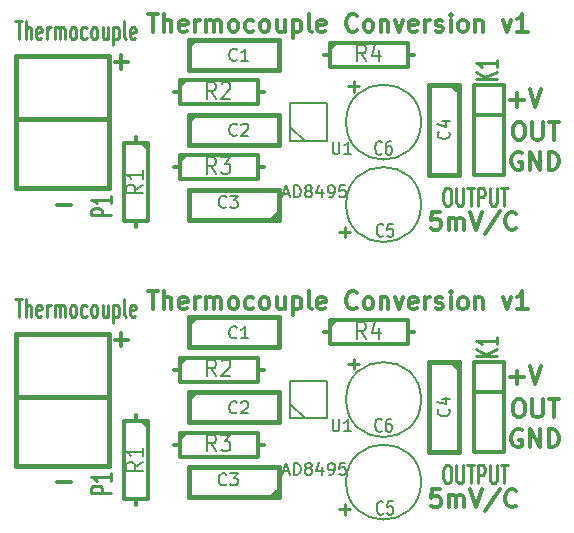
<source format=gto>
G04 (created by PCBNEW (2013-07-07 BZR 4022)-stable) date 16/07/2014 12:48:06*
%MOIN*%
G04 Gerber Fmt 3.4, Leading zero omitted, Abs format*
%FSLAX34Y34*%
G01*
G70*
G90*
G04 APERTURE LIST*
%ADD10C,0.00590551*%
%ADD11C,0.011811*%
%ADD12C,0.015*%
%ADD13C,0.012*%
%ADD14C,0.005*%
%ADD15C,0.008*%
%ADD16C,0.01125*%
%ADD17C,0.0113*%
%ADD18C,0.006*%
%ADD19C,0.0107*%
%ADD20C,0.01*%
%ADD21C,0.0106*%
G04 APERTURE END LIST*
G54D10*
G54D11*
X25971Y-31264D02*
X26421Y-31264D01*
X26196Y-31489D02*
X26196Y-31039D01*
X26618Y-30898D02*
X26815Y-31489D01*
X27012Y-30898D01*
X23639Y-34998D02*
X23357Y-34998D01*
X23329Y-35279D01*
X23357Y-35251D01*
X23414Y-35223D01*
X23554Y-35223D01*
X23611Y-35251D01*
X23639Y-35279D01*
X23667Y-35335D01*
X23667Y-35476D01*
X23639Y-35532D01*
X23611Y-35560D01*
X23554Y-35589D01*
X23414Y-35589D01*
X23357Y-35560D01*
X23329Y-35532D01*
X23920Y-35589D02*
X23920Y-35195D01*
X23920Y-35251D02*
X23948Y-35223D01*
X24004Y-35195D01*
X24089Y-35195D01*
X24145Y-35223D01*
X24173Y-35279D01*
X24173Y-35589D01*
X24173Y-35279D02*
X24201Y-35223D01*
X24257Y-35195D01*
X24342Y-35195D01*
X24398Y-35223D01*
X24426Y-35279D01*
X24426Y-35589D01*
X24623Y-34998D02*
X24820Y-35589D01*
X25017Y-34998D01*
X25635Y-34970D02*
X25129Y-35729D01*
X26170Y-35532D02*
X26142Y-35560D01*
X26057Y-35589D01*
X26001Y-35589D01*
X25917Y-35560D01*
X25860Y-35504D01*
X25832Y-35448D01*
X25804Y-35335D01*
X25804Y-35251D01*
X25832Y-35139D01*
X25860Y-35082D01*
X25917Y-35026D01*
X26001Y-34998D01*
X26057Y-34998D01*
X26142Y-35026D01*
X26170Y-35054D01*
X26209Y-31998D02*
X26321Y-31998D01*
X26378Y-32026D01*
X26434Y-32082D01*
X26462Y-32195D01*
X26462Y-32392D01*
X26434Y-32504D01*
X26378Y-32560D01*
X26321Y-32589D01*
X26209Y-32589D01*
X26153Y-32560D01*
X26096Y-32504D01*
X26068Y-32392D01*
X26068Y-32195D01*
X26096Y-32082D01*
X26153Y-32026D01*
X26209Y-31998D01*
X26715Y-31998D02*
X26715Y-32476D01*
X26743Y-32532D01*
X26771Y-32560D01*
X26828Y-32589D01*
X26940Y-32589D01*
X26996Y-32560D01*
X27024Y-32532D01*
X27053Y-32476D01*
X27053Y-31998D01*
X27249Y-31998D02*
X27587Y-31998D01*
X27418Y-32589D02*
X27418Y-31998D01*
X26350Y-33026D02*
X26293Y-32998D01*
X26209Y-32998D01*
X26125Y-33026D01*
X26068Y-33082D01*
X26040Y-33139D01*
X26012Y-33251D01*
X26012Y-33335D01*
X26040Y-33448D01*
X26068Y-33504D01*
X26125Y-33560D01*
X26209Y-33589D01*
X26265Y-33589D01*
X26350Y-33560D01*
X26378Y-33532D01*
X26378Y-33335D01*
X26265Y-33335D01*
X26631Y-33589D02*
X26631Y-32998D01*
X26968Y-33589D01*
X26968Y-32998D01*
X27249Y-33589D02*
X27249Y-32998D01*
X27390Y-32998D01*
X27474Y-33026D01*
X27531Y-33082D01*
X27559Y-33139D01*
X27587Y-33251D01*
X27587Y-33335D01*
X27559Y-33448D01*
X27531Y-33504D01*
X27474Y-33560D01*
X27390Y-33589D01*
X27249Y-33589D01*
X13894Y-28398D02*
X14232Y-28398D01*
X14063Y-28989D02*
X14063Y-28398D01*
X14428Y-28989D02*
X14428Y-28398D01*
X14681Y-28989D02*
X14681Y-28679D01*
X14653Y-28623D01*
X14597Y-28595D01*
X14513Y-28595D01*
X14456Y-28623D01*
X14428Y-28651D01*
X15188Y-28960D02*
X15131Y-28989D01*
X15019Y-28989D01*
X14963Y-28960D01*
X14935Y-28904D01*
X14935Y-28679D01*
X14963Y-28623D01*
X15019Y-28595D01*
X15131Y-28595D01*
X15188Y-28623D01*
X15216Y-28679D01*
X15216Y-28735D01*
X14935Y-28792D01*
X15469Y-28989D02*
X15469Y-28595D01*
X15469Y-28707D02*
X15497Y-28651D01*
X15525Y-28623D01*
X15581Y-28595D01*
X15638Y-28595D01*
X15834Y-28989D02*
X15834Y-28595D01*
X15834Y-28651D02*
X15863Y-28623D01*
X15919Y-28595D01*
X16003Y-28595D01*
X16059Y-28623D01*
X16088Y-28679D01*
X16088Y-28989D01*
X16088Y-28679D02*
X16116Y-28623D01*
X16172Y-28595D01*
X16256Y-28595D01*
X16312Y-28623D01*
X16341Y-28679D01*
X16341Y-28989D01*
X16706Y-28989D02*
X16650Y-28960D01*
X16622Y-28932D01*
X16594Y-28876D01*
X16594Y-28707D01*
X16622Y-28651D01*
X16650Y-28623D01*
X16706Y-28595D01*
X16791Y-28595D01*
X16847Y-28623D01*
X16875Y-28651D01*
X16903Y-28707D01*
X16903Y-28876D01*
X16875Y-28932D01*
X16847Y-28960D01*
X16791Y-28989D01*
X16706Y-28989D01*
X17409Y-28960D02*
X17353Y-28989D01*
X17241Y-28989D01*
X17184Y-28960D01*
X17156Y-28932D01*
X17128Y-28876D01*
X17128Y-28707D01*
X17156Y-28651D01*
X17184Y-28623D01*
X17241Y-28595D01*
X17353Y-28595D01*
X17409Y-28623D01*
X17747Y-28989D02*
X17690Y-28960D01*
X17662Y-28932D01*
X17634Y-28876D01*
X17634Y-28707D01*
X17662Y-28651D01*
X17690Y-28623D01*
X17747Y-28595D01*
X17831Y-28595D01*
X17887Y-28623D01*
X17915Y-28651D01*
X17944Y-28707D01*
X17944Y-28876D01*
X17915Y-28932D01*
X17887Y-28960D01*
X17831Y-28989D01*
X17747Y-28989D01*
X18450Y-28595D02*
X18450Y-28989D01*
X18197Y-28595D02*
X18197Y-28904D01*
X18225Y-28960D01*
X18281Y-28989D01*
X18365Y-28989D01*
X18422Y-28960D01*
X18450Y-28932D01*
X18731Y-28595D02*
X18731Y-29185D01*
X18731Y-28623D02*
X18787Y-28595D01*
X18900Y-28595D01*
X18956Y-28623D01*
X18984Y-28651D01*
X19012Y-28707D01*
X19012Y-28876D01*
X18984Y-28932D01*
X18956Y-28960D01*
X18900Y-28989D01*
X18787Y-28989D01*
X18731Y-28960D01*
X19350Y-28989D02*
X19293Y-28960D01*
X19265Y-28904D01*
X19265Y-28398D01*
X19800Y-28960D02*
X19743Y-28989D01*
X19631Y-28989D01*
X19575Y-28960D01*
X19546Y-28904D01*
X19546Y-28679D01*
X19575Y-28623D01*
X19631Y-28595D01*
X19743Y-28595D01*
X19800Y-28623D01*
X19828Y-28679D01*
X19828Y-28735D01*
X19546Y-28792D01*
X20868Y-28932D02*
X20840Y-28960D01*
X20756Y-28989D01*
X20699Y-28989D01*
X20615Y-28960D01*
X20559Y-28904D01*
X20531Y-28848D01*
X20503Y-28735D01*
X20503Y-28651D01*
X20531Y-28539D01*
X20559Y-28482D01*
X20615Y-28426D01*
X20699Y-28398D01*
X20756Y-28398D01*
X20840Y-28426D01*
X20868Y-28454D01*
X21206Y-28989D02*
X21149Y-28960D01*
X21121Y-28932D01*
X21093Y-28876D01*
X21093Y-28707D01*
X21121Y-28651D01*
X21149Y-28623D01*
X21206Y-28595D01*
X21290Y-28595D01*
X21346Y-28623D01*
X21374Y-28651D01*
X21402Y-28707D01*
X21402Y-28876D01*
X21374Y-28932D01*
X21346Y-28960D01*
X21290Y-28989D01*
X21206Y-28989D01*
X21656Y-28595D02*
X21656Y-28989D01*
X21656Y-28651D02*
X21684Y-28623D01*
X21740Y-28595D01*
X21824Y-28595D01*
X21881Y-28623D01*
X21909Y-28679D01*
X21909Y-28989D01*
X22134Y-28595D02*
X22274Y-28989D01*
X22415Y-28595D01*
X22865Y-28960D02*
X22809Y-28989D01*
X22696Y-28989D01*
X22640Y-28960D01*
X22612Y-28904D01*
X22612Y-28679D01*
X22640Y-28623D01*
X22696Y-28595D01*
X22809Y-28595D01*
X22865Y-28623D01*
X22893Y-28679D01*
X22893Y-28735D01*
X22612Y-28792D01*
X23146Y-28989D02*
X23146Y-28595D01*
X23146Y-28707D02*
X23174Y-28651D01*
X23202Y-28623D01*
X23258Y-28595D01*
X23315Y-28595D01*
X23483Y-28960D02*
X23540Y-28989D01*
X23652Y-28989D01*
X23708Y-28960D01*
X23737Y-28904D01*
X23737Y-28876D01*
X23708Y-28820D01*
X23652Y-28792D01*
X23568Y-28792D01*
X23512Y-28764D01*
X23483Y-28707D01*
X23483Y-28679D01*
X23512Y-28623D01*
X23568Y-28595D01*
X23652Y-28595D01*
X23708Y-28623D01*
X23990Y-28989D02*
X23990Y-28595D01*
X23990Y-28398D02*
X23962Y-28426D01*
X23990Y-28454D01*
X24018Y-28426D01*
X23990Y-28398D01*
X23990Y-28454D01*
X24355Y-28989D02*
X24299Y-28960D01*
X24271Y-28932D01*
X24243Y-28876D01*
X24243Y-28707D01*
X24271Y-28651D01*
X24299Y-28623D01*
X24355Y-28595D01*
X24440Y-28595D01*
X24496Y-28623D01*
X24524Y-28651D01*
X24552Y-28707D01*
X24552Y-28876D01*
X24524Y-28932D01*
X24496Y-28960D01*
X24440Y-28989D01*
X24355Y-28989D01*
X24805Y-28595D02*
X24805Y-28989D01*
X24805Y-28651D02*
X24833Y-28623D01*
X24890Y-28595D01*
X24974Y-28595D01*
X25030Y-28623D01*
X25058Y-28679D01*
X25058Y-28989D01*
X25733Y-28595D02*
X25874Y-28989D01*
X26014Y-28595D01*
X26549Y-28989D02*
X26211Y-28989D01*
X26380Y-28989D02*
X26380Y-28398D01*
X26324Y-28482D01*
X26267Y-28539D01*
X26211Y-28567D01*
X13894Y-19148D02*
X14232Y-19148D01*
X14063Y-19739D02*
X14063Y-19148D01*
X14428Y-19739D02*
X14428Y-19148D01*
X14681Y-19739D02*
X14681Y-19429D01*
X14653Y-19373D01*
X14597Y-19345D01*
X14513Y-19345D01*
X14456Y-19373D01*
X14428Y-19401D01*
X15188Y-19710D02*
X15131Y-19739D01*
X15019Y-19739D01*
X14963Y-19710D01*
X14935Y-19654D01*
X14935Y-19429D01*
X14963Y-19373D01*
X15019Y-19345D01*
X15131Y-19345D01*
X15188Y-19373D01*
X15216Y-19429D01*
X15216Y-19485D01*
X14935Y-19542D01*
X15469Y-19739D02*
X15469Y-19345D01*
X15469Y-19457D02*
X15497Y-19401D01*
X15525Y-19373D01*
X15581Y-19345D01*
X15638Y-19345D01*
X15834Y-19739D02*
X15834Y-19345D01*
X15834Y-19401D02*
X15863Y-19373D01*
X15919Y-19345D01*
X16003Y-19345D01*
X16059Y-19373D01*
X16088Y-19429D01*
X16088Y-19739D01*
X16088Y-19429D02*
X16116Y-19373D01*
X16172Y-19345D01*
X16256Y-19345D01*
X16312Y-19373D01*
X16341Y-19429D01*
X16341Y-19739D01*
X16706Y-19739D02*
X16650Y-19710D01*
X16622Y-19682D01*
X16594Y-19626D01*
X16594Y-19457D01*
X16622Y-19401D01*
X16650Y-19373D01*
X16706Y-19345D01*
X16791Y-19345D01*
X16847Y-19373D01*
X16875Y-19401D01*
X16903Y-19457D01*
X16903Y-19626D01*
X16875Y-19682D01*
X16847Y-19710D01*
X16791Y-19739D01*
X16706Y-19739D01*
X17409Y-19710D02*
X17353Y-19739D01*
X17241Y-19739D01*
X17184Y-19710D01*
X17156Y-19682D01*
X17128Y-19626D01*
X17128Y-19457D01*
X17156Y-19401D01*
X17184Y-19373D01*
X17241Y-19345D01*
X17353Y-19345D01*
X17409Y-19373D01*
X17747Y-19739D02*
X17690Y-19710D01*
X17662Y-19682D01*
X17634Y-19626D01*
X17634Y-19457D01*
X17662Y-19401D01*
X17690Y-19373D01*
X17747Y-19345D01*
X17831Y-19345D01*
X17887Y-19373D01*
X17915Y-19401D01*
X17944Y-19457D01*
X17944Y-19626D01*
X17915Y-19682D01*
X17887Y-19710D01*
X17831Y-19739D01*
X17747Y-19739D01*
X18450Y-19345D02*
X18450Y-19739D01*
X18197Y-19345D02*
X18197Y-19654D01*
X18225Y-19710D01*
X18281Y-19739D01*
X18365Y-19739D01*
X18422Y-19710D01*
X18450Y-19682D01*
X18731Y-19345D02*
X18731Y-19935D01*
X18731Y-19373D02*
X18787Y-19345D01*
X18900Y-19345D01*
X18956Y-19373D01*
X18984Y-19401D01*
X19012Y-19457D01*
X19012Y-19626D01*
X18984Y-19682D01*
X18956Y-19710D01*
X18900Y-19739D01*
X18787Y-19739D01*
X18731Y-19710D01*
X19350Y-19739D02*
X19293Y-19710D01*
X19265Y-19654D01*
X19265Y-19148D01*
X19800Y-19710D02*
X19743Y-19739D01*
X19631Y-19739D01*
X19575Y-19710D01*
X19546Y-19654D01*
X19546Y-19429D01*
X19575Y-19373D01*
X19631Y-19345D01*
X19743Y-19345D01*
X19800Y-19373D01*
X19828Y-19429D01*
X19828Y-19485D01*
X19546Y-19542D01*
X20868Y-19682D02*
X20840Y-19710D01*
X20756Y-19739D01*
X20699Y-19739D01*
X20615Y-19710D01*
X20559Y-19654D01*
X20531Y-19598D01*
X20503Y-19485D01*
X20503Y-19401D01*
X20531Y-19289D01*
X20559Y-19232D01*
X20615Y-19176D01*
X20699Y-19148D01*
X20756Y-19148D01*
X20840Y-19176D01*
X20868Y-19204D01*
X21206Y-19739D02*
X21149Y-19710D01*
X21121Y-19682D01*
X21093Y-19626D01*
X21093Y-19457D01*
X21121Y-19401D01*
X21149Y-19373D01*
X21206Y-19345D01*
X21290Y-19345D01*
X21346Y-19373D01*
X21374Y-19401D01*
X21402Y-19457D01*
X21402Y-19626D01*
X21374Y-19682D01*
X21346Y-19710D01*
X21290Y-19739D01*
X21206Y-19739D01*
X21656Y-19345D02*
X21656Y-19739D01*
X21656Y-19401D02*
X21684Y-19373D01*
X21740Y-19345D01*
X21824Y-19345D01*
X21881Y-19373D01*
X21909Y-19429D01*
X21909Y-19739D01*
X22134Y-19345D02*
X22274Y-19739D01*
X22415Y-19345D01*
X22865Y-19710D02*
X22809Y-19739D01*
X22696Y-19739D01*
X22640Y-19710D01*
X22612Y-19654D01*
X22612Y-19429D01*
X22640Y-19373D01*
X22696Y-19345D01*
X22809Y-19345D01*
X22865Y-19373D01*
X22893Y-19429D01*
X22893Y-19485D01*
X22612Y-19542D01*
X23146Y-19739D02*
X23146Y-19345D01*
X23146Y-19457D02*
X23174Y-19401D01*
X23202Y-19373D01*
X23258Y-19345D01*
X23315Y-19345D01*
X23483Y-19710D02*
X23540Y-19739D01*
X23652Y-19739D01*
X23708Y-19710D01*
X23737Y-19654D01*
X23737Y-19626D01*
X23708Y-19570D01*
X23652Y-19542D01*
X23568Y-19542D01*
X23512Y-19514D01*
X23483Y-19457D01*
X23483Y-19429D01*
X23512Y-19373D01*
X23568Y-19345D01*
X23652Y-19345D01*
X23708Y-19373D01*
X23990Y-19739D02*
X23990Y-19345D01*
X23990Y-19148D02*
X23962Y-19176D01*
X23990Y-19204D01*
X24018Y-19176D01*
X23990Y-19148D01*
X23990Y-19204D01*
X24355Y-19739D02*
X24299Y-19710D01*
X24271Y-19682D01*
X24243Y-19626D01*
X24243Y-19457D01*
X24271Y-19401D01*
X24299Y-19373D01*
X24355Y-19345D01*
X24440Y-19345D01*
X24496Y-19373D01*
X24524Y-19401D01*
X24552Y-19457D01*
X24552Y-19626D01*
X24524Y-19682D01*
X24496Y-19710D01*
X24440Y-19739D01*
X24355Y-19739D01*
X24805Y-19345D02*
X24805Y-19739D01*
X24805Y-19401D02*
X24833Y-19373D01*
X24890Y-19345D01*
X24974Y-19345D01*
X25030Y-19373D01*
X25058Y-19429D01*
X25058Y-19739D01*
X25733Y-19345D02*
X25874Y-19739D01*
X26014Y-19345D01*
X26549Y-19739D02*
X26211Y-19739D01*
X26380Y-19739D02*
X26380Y-19148D01*
X26324Y-19232D01*
X26267Y-19289D01*
X26211Y-19317D01*
X26350Y-23776D02*
X26293Y-23748D01*
X26209Y-23748D01*
X26125Y-23776D01*
X26068Y-23832D01*
X26040Y-23889D01*
X26012Y-24001D01*
X26012Y-24085D01*
X26040Y-24198D01*
X26068Y-24254D01*
X26125Y-24310D01*
X26209Y-24339D01*
X26265Y-24339D01*
X26350Y-24310D01*
X26378Y-24282D01*
X26378Y-24085D01*
X26265Y-24085D01*
X26631Y-24339D02*
X26631Y-23748D01*
X26968Y-24339D01*
X26968Y-23748D01*
X27249Y-24339D02*
X27249Y-23748D01*
X27390Y-23748D01*
X27474Y-23776D01*
X27531Y-23832D01*
X27559Y-23889D01*
X27587Y-24001D01*
X27587Y-24085D01*
X27559Y-24198D01*
X27531Y-24254D01*
X27474Y-24310D01*
X27390Y-24339D01*
X27249Y-24339D01*
X26209Y-22748D02*
X26321Y-22748D01*
X26378Y-22776D01*
X26434Y-22832D01*
X26462Y-22945D01*
X26462Y-23142D01*
X26434Y-23254D01*
X26378Y-23310D01*
X26321Y-23339D01*
X26209Y-23339D01*
X26153Y-23310D01*
X26096Y-23254D01*
X26068Y-23142D01*
X26068Y-22945D01*
X26096Y-22832D01*
X26153Y-22776D01*
X26209Y-22748D01*
X26715Y-22748D02*
X26715Y-23226D01*
X26743Y-23282D01*
X26771Y-23310D01*
X26828Y-23339D01*
X26940Y-23339D01*
X26996Y-23310D01*
X27024Y-23282D01*
X27053Y-23226D01*
X27053Y-22748D01*
X27249Y-22748D02*
X27587Y-22748D01*
X27418Y-23339D02*
X27418Y-22748D01*
X23639Y-25748D02*
X23357Y-25748D01*
X23329Y-26029D01*
X23357Y-26001D01*
X23414Y-25973D01*
X23554Y-25973D01*
X23611Y-26001D01*
X23639Y-26029D01*
X23667Y-26085D01*
X23667Y-26226D01*
X23639Y-26282D01*
X23611Y-26310D01*
X23554Y-26339D01*
X23414Y-26339D01*
X23357Y-26310D01*
X23329Y-26282D01*
X23920Y-26339D02*
X23920Y-25945D01*
X23920Y-26001D02*
X23948Y-25973D01*
X24004Y-25945D01*
X24089Y-25945D01*
X24145Y-25973D01*
X24173Y-26029D01*
X24173Y-26339D01*
X24173Y-26029D02*
X24201Y-25973D01*
X24257Y-25945D01*
X24342Y-25945D01*
X24398Y-25973D01*
X24426Y-26029D01*
X24426Y-26339D01*
X24623Y-25748D02*
X24820Y-26339D01*
X25017Y-25748D01*
X25635Y-25720D02*
X25129Y-26479D01*
X26170Y-26282D02*
X26142Y-26310D01*
X26057Y-26339D01*
X26001Y-26339D01*
X25917Y-26310D01*
X25860Y-26254D01*
X25832Y-26198D01*
X25804Y-26085D01*
X25804Y-26001D01*
X25832Y-25889D01*
X25860Y-25832D01*
X25917Y-25776D01*
X26001Y-25748D01*
X26057Y-25748D01*
X26142Y-25776D01*
X26170Y-25804D01*
X25971Y-22014D02*
X26421Y-22014D01*
X26196Y-22239D02*
X26196Y-21789D01*
X26618Y-21648D02*
X26815Y-22239D01*
X27012Y-21648D01*
G54D12*
X24250Y-30750D02*
X23250Y-30750D01*
X23250Y-30750D02*
X23250Y-33750D01*
X23250Y-33750D02*
X24250Y-33750D01*
X24250Y-33750D02*
X24250Y-30750D01*
G54D13*
X24000Y-30750D02*
X24250Y-31000D01*
G54D12*
X15250Y-29250D02*
X15250Y-30250D01*
X15250Y-30250D02*
X18250Y-30250D01*
X18250Y-30250D02*
X18250Y-29250D01*
X18250Y-29250D02*
X15250Y-29250D01*
G54D13*
X15250Y-29500D02*
X15500Y-29250D01*
G54D12*
X18250Y-35250D02*
X18250Y-34250D01*
X18250Y-34250D02*
X15250Y-34250D01*
X15250Y-34250D02*
X15250Y-35250D01*
X15250Y-35250D02*
X18250Y-35250D01*
G54D13*
X18250Y-35000D02*
X18000Y-35250D01*
G54D12*
X15250Y-31750D02*
X15250Y-32750D01*
X15250Y-32750D02*
X18250Y-32750D01*
X18250Y-32750D02*
X18250Y-31750D01*
X18250Y-31750D02*
X15250Y-31750D01*
G54D13*
X15250Y-32000D02*
X15500Y-31750D01*
G54D14*
X23000Y-32000D02*
G75*
G03X23000Y-32000I-1250J0D01*
G74*
G01*
X23000Y-34750D02*
G75*
G03X23000Y-34750I-1250J0D01*
G74*
G01*
G54D15*
X19125Y-32625D02*
X18625Y-32150D01*
X18625Y-32625D02*
X19875Y-32625D01*
X19875Y-32625D02*
X19875Y-31375D01*
X19875Y-31375D02*
X18625Y-31375D01*
X18625Y-31375D02*
X18625Y-32625D01*
G54D13*
X19750Y-29750D02*
X19950Y-29750D01*
X22750Y-29750D02*
X22550Y-29750D01*
X22550Y-29750D02*
X22550Y-29350D01*
X22550Y-29350D02*
X19950Y-29350D01*
X19950Y-29350D02*
X19950Y-30150D01*
X19950Y-30150D02*
X22550Y-30150D01*
X22550Y-30150D02*
X22550Y-29750D01*
X19950Y-29550D02*
X20150Y-29350D01*
X13500Y-32500D02*
X13500Y-32700D01*
X13500Y-35500D02*
X13500Y-35300D01*
X13500Y-35300D02*
X13900Y-35300D01*
X13900Y-35300D02*
X13900Y-32700D01*
X13900Y-32700D02*
X13100Y-32700D01*
X13100Y-32700D02*
X13100Y-35300D01*
X13100Y-35300D02*
X13500Y-35300D01*
X13700Y-32700D02*
X13900Y-32900D01*
X14750Y-33500D02*
X14950Y-33500D01*
X17750Y-33500D02*
X17550Y-33500D01*
X17550Y-33500D02*
X17550Y-33100D01*
X17550Y-33100D02*
X14950Y-33100D01*
X14950Y-33100D02*
X14950Y-33900D01*
X14950Y-33900D02*
X17550Y-33900D01*
X17550Y-33900D02*
X17550Y-33500D01*
X14950Y-33300D02*
X15150Y-33100D01*
X14750Y-31000D02*
X14950Y-31000D01*
X17750Y-31000D02*
X17550Y-31000D01*
X17550Y-31000D02*
X17550Y-30600D01*
X17550Y-30600D02*
X14950Y-30600D01*
X14950Y-30600D02*
X14950Y-31400D01*
X14950Y-31400D02*
X17550Y-31400D01*
X17550Y-31400D02*
X17550Y-31000D01*
X14950Y-30800D02*
X15150Y-30600D01*
G54D12*
X12600Y-31900D02*
X9500Y-31900D01*
X9500Y-34200D02*
X9500Y-29800D01*
X9500Y-29800D02*
X12600Y-29800D01*
X12600Y-29800D02*
X12600Y-34200D01*
X12600Y-34200D02*
X9500Y-34200D01*
G54D13*
X24750Y-30750D02*
X25750Y-30750D01*
X25750Y-30750D02*
X25750Y-33750D01*
X25750Y-33750D02*
X24750Y-33750D01*
X24750Y-33750D02*
X24750Y-30750D01*
X25750Y-31750D02*
X24750Y-31750D01*
X24750Y-21500D02*
X25750Y-21500D01*
X25750Y-21500D02*
X25750Y-24500D01*
X25750Y-24500D02*
X24750Y-24500D01*
X24750Y-24500D02*
X24750Y-21500D01*
X25750Y-22500D02*
X24750Y-22500D01*
G54D12*
X12600Y-22650D02*
X9500Y-22650D01*
X9500Y-24950D02*
X9500Y-20550D01*
X9500Y-20550D02*
X12600Y-20550D01*
X12600Y-20550D02*
X12600Y-24950D01*
X12600Y-24950D02*
X9500Y-24950D01*
G54D13*
X14750Y-21750D02*
X14950Y-21750D01*
X17750Y-21750D02*
X17550Y-21750D01*
X17550Y-21750D02*
X17550Y-21350D01*
X17550Y-21350D02*
X14950Y-21350D01*
X14950Y-21350D02*
X14950Y-22150D01*
X14950Y-22150D02*
X17550Y-22150D01*
X17550Y-22150D02*
X17550Y-21750D01*
X14950Y-21550D02*
X15150Y-21350D01*
X14750Y-24250D02*
X14950Y-24250D01*
X17750Y-24250D02*
X17550Y-24250D01*
X17550Y-24250D02*
X17550Y-23850D01*
X17550Y-23850D02*
X14950Y-23850D01*
X14950Y-23850D02*
X14950Y-24650D01*
X14950Y-24650D02*
X17550Y-24650D01*
X17550Y-24650D02*
X17550Y-24250D01*
X14950Y-24050D02*
X15150Y-23850D01*
X13500Y-23250D02*
X13500Y-23450D01*
X13500Y-26250D02*
X13500Y-26050D01*
X13500Y-26050D02*
X13900Y-26050D01*
X13900Y-26050D02*
X13900Y-23450D01*
X13900Y-23450D02*
X13100Y-23450D01*
X13100Y-23450D02*
X13100Y-26050D01*
X13100Y-26050D02*
X13500Y-26050D01*
X13700Y-23450D02*
X13900Y-23650D01*
X19750Y-20500D02*
X19950Y-20500D01*
X22750Y-20500D02*
X22550Y-20500D01*
X22550Y-20500D02*
X22550Y-20100D01*
X22550Y-20100D02*
X19950Y-20100D01*
X19950Y-20100D02*
X19950Y-20900D01*
X19950Y-20900D02*
X22550Y-20900D01*
X22550Y-20900D02*
X22550Y-20500D01*
X19950Y-20300D02*
X20150Y-20100D01*
G54D15*
X19125Y-23375D02*
X18625Y-22900D01*
X18625Y-23375D02*
X19875Y-23375D01*
X19875Y-23375D02*
X19875Y-22125D01*
X19875Y-22125D02*
X18625Y-22125D01*
X18625Y-22125D02*
X18625Y-23375D01*
G54D14*
X23000Y-25500D02*
G75*
G03X23000Y-25500I-1250J0D01*
G74*
G01*
X23000Y-22750D02*
G75*
G03X23000Y-22750I-1250J0D01*
G74*
G01*
G54D12*
X15250Y-22500D02*
X15250Y-23500D01*
X15250Y-23500D02*
X18250Y-23500D01*
X18250Y-23500D02*
X18250Y-22500D01*
X18250Y-22500D02*
X15250Y-22500D01*
G54D13*
X15250Y-22750D02*
X15500Y-22500D01*
G54D12*
X18250Y-26000D02*
X18250Y-25000D01*
X18250Y-25000D02*
X15250Y-25000D01*
X15250Y-25000D02*
X15250Y-26000D01*
X15250Y-26000D02*
X18250Y-26000D01*
G54D13*
X18250Y-25750D02*
X18000Y-26000D01*
G54D12*
X15250Y-20000D02*
X15250Y-21000D01*
X15250Y-21000D02*
X18250Y-21000D01*
X18250Y-21000D02*
X18250Y-20000D01*
X18250Y-20000D02*
X15250Y-20000D01*
G54D13*
X15250Y-20250D02*
X15500Y-20000D01*
G54D12*
X24250Y-21500D02*
X23250Y-21500D01*
X23250Y-21500D02*
X23250Y-24500D01*
X23250Y-24500D02*
X24250Y-24500D01*
X24250Y-24500D02*
X24250Y-21500D01*
G54D13*
X24000Y-21500D02*
X24250Y-21750D01*
G54D15*
X23923Y-32316D02*
X23942Y-32335D01*
X23961Y-32392D01*
X23961Y-32430D01*
X23942Y-32488D01*
X23904Y-32526D01*
X23866Y-32545D01*
X23790Y-32564D01*
X23733Y-32564D01*
X23657Y-32545D01*
X23619Y-32526D01*
X23580Y-32488D01*
X23561Y-32430D01*
X23561Y-32392D01*
X23580Y-32335D01*
X23600Y-32316D01*
X23695Y-31973D02*
X23961Y-31973D01*
X23542Y-32069D02*
X23828Y-32164D01*
X23828Y-31916D01*
X16858Y-29923D02*
X16839Y-29942D01*
X16782Y-29961D01*
X16744Y-29961D01*
X16686Y-29942D01*
X16648Y-29904D01*
X16629Y-29866D01*
X16610Y-29790D01*
X16610Y-29733D01*
X16629Y-29657D01*
X16648Y-29619D01*
X16686Y-29580D01*
X16744Y-29561D01*
X16782Y-29561D01*
X16839Y-29580D01*
X16858Y-29600D01*
X17239Y-29961D02*
X17010Y-29961D01*
X17125Y-29961D02*
X17125Y-29561D01*
X17086Y-29619D01*
X17048Y-29657D01*
X17010Y-29676D01*
X16508Y-34823D02*
X16489Y-34842D01*
X16432Y-34861D01*
X16394Y-34861D01*
X16336Y-34842D01*
X16298Y-34804D01*
X16279Y-34766D01*
X16260Y-34690D01*
X16260Y-34633D01*
X16279Y-34557D01*
X16298Y-34519D01*
X16336Y-34480D01*
X16394Y-34461D01*
X16432Y-34461D01*
X16489Y-34480D01*
X16508Y-34500D01*
X16641Y-34461D02*
X16889Y-34461D01*
X16755Y-34614D01*
X16813Y-34614D01*
X16851Y-34633D01*
X16870Y-34652D01*
X16889Y-34690D01*
X16889Y-34785D01*
X16870Y-34823D01*
X16851Y-34842D01*
X16813Y-34861D01*
X16698Y-34861D01*
X16660Y-34842D01*
X16641Y-34823D01*
X16858Y-32423D02*
X16839Y-32442D01*
X16782Y-32461D01*
X16744Y-32461D01*
X16686Y-32442D01*
X16648Y-32404D01*
X16629Y-32366D01*
X16610Y-32290D01*
X16610Y-32233D01*
X16629Y-32157D01*
X16648Y-32119D01*
X16686Y-32080D01*
X16744Y-32061D01*
X16782Y-32061D01*
X16839Y-32080D01*
X16858Y-32100D01*
X17010Y-32100D02*
X17029Y-32080D01*
X17067Y-32061D01*
X17163Y-32061D01*
X17201Y-32080D01*
X17220Y-32100D01*
X17239Y-32138D01*
X17239Y-32176D01*
X17220Y-32233D01*
X16991Y-32461D01*
X17239Y-32461D01*
X21691Y-33039D02*
X21675Y-33060D01*
X21625Y-33082D01*
X21591Y-33082D01*
X21541Y-33060D01*
X21508Y-33017D01*
X21491Y-32975D01*
X21475Y-32889D01*
X21475Y-32825D01*
X21491Y-32739D01*
X21508Y-32696D01*
X21541Y-32653D01*
X21591Y-32632D01*
X21625Y-32632D01*
X21675Y-32653D01*
X21691Y-32675D01*
X21991Y-32632D02*
X21925Y-32632D01*
X21891Y-32653D01*
X21875Y-32675D01*
X21841Y-32739D01*
X21825Y-32825D01*
X21825Y-32996D01*
X21841Y-33039D01*
X21858Y-33060D01*
X21891Y-33082D01*
X21958Y-33082D01*
X21991Y-33060D01*
X22008Y-33039D01*
X22025Y-32996D01*
X22025Y-32889D01*
X22008Y-32846D01*
X21991Y-32825D01*
X21958Y-32803D01*
X21891Y-32803D01*
X21858Y-32825D01*
X21841Y-32846D01*
X21825Y-32889D01*
G54D16*
X20578Y-30810D02*
X20921Y-30810D01*
X20750Y-30982D02*
X20750Y-30639D01*
G54D17*
G54D15*
X21741Y-35789D02*
X21725Y-35810D01*
X21675Y-35832D01*
X21641Y-35832D01*
X21591Y-35810D01*
X21558Y-35767D01*
X21541Y-35725D01*
X21525Y-35639D01*
X21525Y-35575D01*
X21541Y-35489D01*
X21558Y-35446D01*
X21591Y-35403D01*
X21641Y-35382D01*
X21675Y-35382D01*
X21725Y-35403D01*
X21741Y-35425D01*
X22058Y-35382D02*
X21891Y-35382D01*
X21875Y-35596D01*
X21891Y-35575D01*
X21925Y-35553D01*
X22008Y-35553D01*
X22041Y-35575D01*
X22058Y-35596D01*
X22075Y-35639D01*
X22075Y-35746D01*
X22058Y-35789D01*
X22041Y-35810D01*
X22008Y-35832D01*
X21925Y-35832D01*
X21891Y-35810D01*
X21875Y-35789D01*
G54D16*
X20278Y-35660D02*
X20621Y-35660D01*
X20450Y-35832D02*
X20450Y-35489D01*
G54D17*
G54D18*
X20049Y-32665D02*
X20049Y-32984D01*
X20068Y-33021D01*
X20087Y-33040D01*
X20124Y-33059D01*
X20199Y-33059D01*
X20237Y-33040D01*
X20256Y-33021D01*
X20274Y-32984D01*
X20274Y-32665D01*
X20668Y-33059D02*
X20443Y-33059D01*
X20556Y-33059D02*
X20556Y-32665D01*
X20518Y-32721D01*
X20481Y-32759D01*
X20443Y-32778D01*
G54D14*
X18408Y-34396D02*
X18596Y-34396D01*
X18371Y-34509D02*
X18502Y-34115D01*
X18633Y-34509D01*
X18765Y-34509D02*
X18765Y-34115D01*
X18858Y-34115D01*
X18915Y-34134D01*
X18952Y-34171D01*
X18971Y-34209D01*
X18990Y-34284D01*
X18990Y-34340D01*
X18971Y-34415D01*
X18952Y-34453D01*
X18915Y-34490D01*
X18858Y-34509D01*
X18765Y-34509D01*
X19215Y-34284D02*
X19177Y-34265D01*
X19159Y-34246D01*
X19140Y-34209D01*
X19140Y-34190D01*
X19159Y-34153D01*
X19177Y-34134D01*
X19215Y-34115D01*
X19290Y-34115D01*
X19328Y-34134D01*
X19346Y-34153D01*
X19365Y-34190D01*
X19365Y-34209D01*
X19346Y-34246D01*
X19328Y-34265D01*
X19290Y-34284D01*
X19215Y-34284D01*
X19177Y-34303D01*
X19159Y-34321D01*
X19140Y-34359D01*
X19140Y-34434D01*
X19159Y-34471D01*
X19177Y-34490D01*
X19215Y-34509D01*
X19290Y-34509D01*
X19328Y-34490D01*
X19346Y-34471D01*
X19365Y-34434D01*
X19365Y-34359D01*
X19346Y-34321D01*
X19328Y-34303D01*
X19290Y-34284D01*
X19703Y-34246D02*
X19703Y-34509D01*
X19609Y-34096D02*
X19515Y-34378D01*
X19759Y-34378D01*
X19928Y-34509D02*
X20003Y-34509D01*
X20041Y-34490D01*
X20059Y-34471D01*
X20097Y-34415D01*
X20116Y-34340D01*
X20116Y-34190D01*
X20097Y-34153D01*
X20078Y-34134D01*
X20041Y-34115D01*
X19965Y-34115D01*
X19928Y-34134D01*
X19909Y-34153D01*
X19890Y-34190D01*
X19890Y-34284D01*
X19909Y-34321D01*
X19928Y-34340D01*
X19965Y-34359D01*
X20041Y-34359D01*
X20078Y-34340D01*
X20097Y-34321D01*
X20116Y-34284D01*
X20472Y-34115D02*
X20284Y-34115D01*
X20266Y-34303D01*
X20284Y-34284D01*
X20322Y-34265D01*
X20416Y-34265D01*
X20453Y-34284D01*
X20472Y-34303D01*
X20491Y-34340D01*
X20491Y-34434D01*
X20472Y-34471D01*
X20453Y-34490D01*
X20416Y-34509D01*
X20322Y-34509D01*
X20284Y-34490D01*
X20266Y-34471D01*
G54D15*
X21166Y-29972D02*
X21000Y-29710D01*
X20880Y-29972D02*
X20880Y-29422D01*
X21071Y-29422D01*
X21119Y-29448D01*
X21142Y-29475D01*
X21166Y-29527D01*
X21166Y-29605D01*
X21142Y-29658D01*
X21119Y-29684D01*
X21071Y-29710D01*
X20880Y-29710D01*
X21595Y-29605D02*
X21595Y-29972D01*
X21476Y-29396D02*
X21357Y-29789D01*
X21666Y-29789D01*
X13722Y-34083D02*
X13460Y-34250D01*
X13722Y-34369D02*
X13172Y-34369D01*
X13172Y-34178D01*
X13198Y-34130D01*
X13225Y-34107D01*
X13277Y-34083D01*
X13355Y-34083D01*
X13408Y-34107D01*
X13434Y-34130D01*
X13460Y-34178D01*
X13460Y-34369D01*
X13722Y-33607D02*
X13722Y-33892D01*
X13722Y-33750D02*
X13172Y-33750D01*
X13251Y-33797D01*
X13303Y-33845D01*
X13329Y-33892D01*
X16166Y-33722D02*
X16000Y-33460D01*
X15880Y-33722D02*
X15880Y-33172D01*
X16071Y-33172D01*
X16119Y-33198D01*
X16142Y-33225D01*
X16166Y-33277D01*
X16166Y-33355D01*
X16142Y-33408D01*
X16119Y-33434D01*
X16071Y-33460D01*
X15880Y-33460D01*
X16333Y-33172D02*
X16642Y-33172D01*
X16476Y-33382D01*
X16547Y-33382D01*
X16595Y-33408D01*
X16619Y-33434D01*
X16642Y-33486D01*
X16642Y-33617D01*
X16619Y-33670D01*
X16595Y-33696D01*
X16547Y-33722D01*
X16404Y-33722D01*
X16357Y-33696D01*
X16333Y-33670D01*
X16166Y-31222D02*
X16000Y-30960D01*
X15880Y-31222D02*
X15880Y-30672D01*
X16071Y-30672D01*
X16119Y-30698D01*
X16142Y-30725D01*
X16166Y-30777D01*
X16166Y-30855D01*
X16142Y-30908D01*
X16119Y-30934D01*
X16071Y-30960D01*
X15880Y-30960D01*
X16357Y-30725D02*
X16380Y-30698D01*
X16428Y-30672D01*
X16547Y-30672D01*
X16595Y-30698D01*
X16619Y-30725D01*
X16642Y-30777D01*
X16642Y-30829D01*
X16619Y-30908D01*
X16333Y-31222D01*
X16642Y-31222D01*
G54D19*
X12675Y-35115D02*
X11994Y-35115D01*
X11994Y-34952D01*
X12027Y-34912D01*
X12059Y-34891D01*
X12124Y-34871D01*
X12221Y-34871D01*
X12286Y-34891D01*
X12318Y-34912D01*
X12351Y-34952D01*
X12351Y-35115D01*
X12675Y-34463D02*
X12675Y-34708D01*
X12675Y-34586D02*
X11994Y-34586D01*
X12091Y-34626D01*
X12156Y-34667D01*
X12189Y-34708D01*
G54D20*
X9471Y-28642D02*
X9700Y-28642D01*
X9585Y-29242D02*
X9585Y-28642D01*
X9833Y-29242D02*
X9833Y-28642D01*
X10004Y-29242D02*
X10004Y-28928D01*
X9985Y-28871D01*
X9947Y-28842D01*
X9890Y-28842D01*
X9852Y-28871D01*
X9833Y-28900D01*
X10347Y-29214D02*
X10309Y-29242D01*
X10233Y-29242D01*
X10195Y-29214D01*
X10176Y-29157D01*
X10176Y-28928D01*
X10195Y-28871D01*
X10233Y-28842D01*
X10309Y-28842D01*
X10347Y-28871D01*
X10366Y-28928D01*
X10366Y-28985D01*
X10176Y-29042D01*
X10538Y-29242D02*
X10538Y-28842D01*
X10538Y-28957D02*
X10557Y-28900D01*
X10576Y-28871D01*
X10614Y-28842D01*
X10652Y-28842D01*
X10785Y-29242D02*
X10785Y-28842D01*
X10785Y-28900D02*
X10804Y-28871D01*
X10842Y-28842D01*
X10900Y-28842D01*
X10938Y-28871D01*
X10957Y-28928D01*
X10957Y-29242D01*
X10957Y-28928D02*
X10976Y-28871D01*
X11014Y-28842D01*
X11071Y-28842D01*
X11109Y-28871D01*
X11128Y-28928D01*
X11128Y-29242D01*
X11376Y-29242D02*
X11338Y-29214D01*
X11319Y-29185D01*
X11300Y-29128D01*
X11300Y-28957D01*
X11319Y-28900D01*
X11338Y-28871D01*
X11376Y-28842D01*
X11433Y-28842D01*
X11471Y-28871D01*
X11490Y-28900D01*
X11509Y-28957D01*
X11509Y-29128D01*
X11490Y-29185D01*
X11471Y-29214D01*
X11433Y-29242D01*
X11376Y-29242D01*
X11852Y-29214D02*
X11814Y-29242D01*
X11738Y-29242D01*
X11700Y-29214D01*
X11680Y-29185D01*
X11661Y-29128D01*
X11661Y-28957D01*
X11680Y-28900D01*
X11700Y-28871D01*
X11738Y-28842D01*
X11814Y-28842D01*
X11852Y-28871D01*
X12080Y-29242D02*
X12042Y-29214D01*
X12023Y-29185D01*
X12004Y-29128D01*
X12004Y-28957D01*
X12023Y-28900D01*
X12042Y-28871D01*
X12080Y-28842D01*
X12138Y-28842D01*
X12176Y-28871D01*
X12195Y-28900D01*
X12214Y-28957D01*
X12214Y-29128D01*
X12195Y-29185D01*
X12176Y-29214D01*
X12138Y-29242D01*
X12080Y-29242D01*
X12557Y-28842D02*
X12557Y-29242D01*
X12385Y-28842D02*
X12385Y-29157D01*
X12404Y-29214D01*
X12442Y-29242D01*
X12500Y-29242D01*
X12538Y-29214D01*
X12557Y-29185D01*
X12747Y-28842D02*
X12747Y-29442D01*
X12747Y-28871D02*
X12785Y-28842D01*
X12861Y-28842D01*
X12900Y-28871D01*
X12919Y-28900D01*
X12938Y-28957D01*
X12938Y-29128D01*
X12919Y-29185D01*
X12900Y-29214D01*
X12861Y-29242D01*
X12785Y-29242D01*
X12747Y-29214D01*
X13166Y-29242D02*
X13128Y-29214D01*
X13109Y-29157D01*
X13109Y-28642D01*
X13471Y-29214D02*
X13433Y-29242D01*
X13357Y-29242D01*
X13319Y-29214D01*
X13300Y-29157D01*
X13300Y-28928D01*
X13319Y-28871D01*
X13357Y-28842D01*
X13433Y-28842D01*
X13471Y-28871D01*
X13490Y-28928D01*
X13490Y-28985D01*
X13300Y-29042D01*
G54D13*
X10871Y-34764D02*
X11328Y-34764D01*
X13014Y-30228D02*
X13014Y-29771D01*
X13242Y-29999D02*
X12785Y-29999D01*
G54D21*
X25535Y-30562D02*
X24830Y-30562D01*
X25535Y-30320D02*
X25132Y-30502D01*
X24830Y-30320D02*
X25233Y-30562D01*
X25535Y-29916D02*
X25535Y-30159D01*
X25535Y-30038D02*
X24830Y-30038D01*
X24931Y-30078D01*
X24998Y-30118D01*
X25031Y-30159D01*
G54D20*
X23838Y-34192D02*
X23914Y-34192D01*
X23952Y-34221D01*
X23990Y-34278D01*
X24009Y-34392D01*
X24009Y-34592D01*
X23990Y-34707D01*
X23952Y-34764D01*
X23914Y-34792D01*
X23838Y-34792D01*
X23800Y-34764D01*
X23761Y-34707D01*
X23742Y-34592D01*
X23742Y-34392D01*
X23761Y-34278D01*
X23800Y-34221D01*
X23838Y-34192D01*
X24180Y-34192D02*
X24180Y-34678D01*
X24200Y-34735D01*
X24219Y-34764D01*
X24257Y-34792D01*
X24333Y-34792D01*
X24371Y-34764D01*
X24390Y-34735D01*
X24409Y-34678D01*
X24409Y-34192D01*
X24542Y-34192D02*
X24771Y-34192D01*
X24657Y-34792D02*
X24657Y-34192D01*
X24904Y-34792D02*
X24904Y-34192D01*
X25057Y-34192D01*
X25095Y-34221D01*
X25114Y-34250D01*
X25133Y-34307D01*
X25133Y-34392D01*
X25114Y-34450D01*
X25095Y-34478D01*
X25057Y-34507D01*
X24904Y-34507D01*
X25304Y-34192D02*
X25304Y-34678D01*
X25323Y-34735D01*
X25342Y-34764D01*
X25380Y-34792D01*
X25457Y-34792D01*
X25495Y-34764D01*
X25514Y-34735D01*
X25533Y-34678D01*
X25533Y-34192D01*
X25666Y-34192D02*
X25895Y-34192D01*
X25780Y-34792D02*
X25780Y-34192D01*
G54D21*
X25535Y-21312D02*
X24830Y-21312D01*
X25535Y-21070D02*
X25132Y-21252D01*
X24830Y-21070D02*
X25233Y-21312D01*
X25535Y-20666D02*
X25535Y-20909D01*
X25535Y-20788D02*
X24830Y-20788D01*
X24931Y-20828D01*
X24998Y-20868D01*
X25031Y-20909D01*
G54D20*
X23838Y-24942D02*
X23914Y-24942D01*
X23952Y-24971D01*
X23990Y-25028D01*
X24009Y-25142D01*
X24009Y-25342D01*
X23990Y-25457D01*
X23952Y-25514D01*
X23914Y-25542D01*
X23838Y-25542D01*
X23800Y-25514D01*
X23761Y-25457D01*
X23742Y-25342D01*
X23742Y-25142D01*
X23761Y-25028D01*
X23800Y-24971D01*
X23838Y-24942D01*
X24180Y-24942D02*
X24180Y-25428D01*
X24200Y-25485D01*
X24219Y-25514D01*
X24257Y-25542D01*
X24333Y-25542D01*
X24371Y-25514D01*
X24390Y-25485D01*
X24409Y-25428D01*
X24409Y-24942D01*
X24542Y-24942D02*
X24771Y-24942D01*
X24657Y-25542D02*
X24657Y-24942D01*
X24904Y-25542D02*
X24904Y-24942D01*
X25057Y-24942D01*
X25095Y-24971D01*
X25114Y-25000D01*
X25133Y-25057D01*
X25133Y-25142D01*
X25114Y-25200D01*
X25095Y-25228D01*
X25057Y-25257D01*
X24904Y-25257D01*
X25304Y-24942D02*
X25304Y-25428D01*
X25323Y-25485D01*
X25342Y-25514D01*
X25380Y-25542D01*
X25457Y-25542D01*
X25495Y-25514D01*
X25514Y-25485D01*
X25533Y-25428D01*
X25533Y-24942D01*
X25666Y-24942D02*
X25895Y-24942D01*
X25780Y-25542D02*
X25780Y-24942D01*
G54D19*
X12675Y-25865D02*
X11994Y-25865D01*
X11994Y-25702D01*
X12027Y-25662D01*
X12059Y-25641D01*
X12124Y-25621D01*
X12221Y-25621D01*
X12286Y-25641D01*
X12318Y-25662D01*
X12351Y-25702D01*
X12351Y-25865D01*
X12675Y-25213D02*
X12675Y-25458D01*
X12675Y-25336D02*
X11994Y-25336D01*
X12091Y-25376D01*
X12156Y-25417D01*
X12189Y-25458D01*
G54D20*
X9471Y-19392D02*
X9700Y-19392D01*
X9585Y-19992D02*
X9585Y-19392D01*
X9833Y-19992D02*
X9833Y-19392D01*
X10004Y-19992D02*
X10004Y-19678D01*
X9985Y-19621D01*
X9947Y-19592D01*
X9890Y-19592D01*
X9852Y-19621D01*
X9833Y-19650D01*
X10347Y-19964D02*
X10309Y-19992D01*
X10233Y-19992D01*
X10195Y-19964D01*
X10176Y-19907D01*
X10176Y-19678D01*
X10195Y-19621D01*
X10233Y-19592D01*
X10309Y-19592D01*
X10347Y-19621D01*
X10366Y-19678D01*
X10366Y-19735D01*
X10176Y-19792D01*
X10538Y-19992D02*
X10538Y-19592D01*
X10538Y-19707D02*
X10557Y-19650D01*
X10576Y-19621D01*
X10614Y-19592D01*
X10652Y-19592D01*
X10785Y-19992D02*
X10785Y-19592D01*
X10785Y-19650D02*
X10804Y-19621D01*
X10842Y-19592D01*
X10900Y-19592D01*
X10938Y-19621D01*
X10957Y-19678D01*
X10957Y-19992D01*
X10957Y-19678D02*
X10976Y-19621D01*
X11014Y-19592D01*
X11071Y-19592D01*
X11109Y-19621D01*
X11128Y-19678D01*
X11128Y-19992D01*
X11376Y-19992D02*
X11338Y-19964D01*
X11319Y-19935D01*
X11300Y-19878D01*
X11300Y-19707D01*
X11319Y-19650D01*
X11338Y-19621D01*
X11376Y-19592D01*
X11433Y-19592D01*
X11471Y-19621D01*
X11490Y-19650D01*
X11509Y-19707D01*
X11509Y-19878D01*
X11490Y-19935D01*
X11471Y-19964D01*
X11433Y-19992D01*
X11376Y-19992D01*
X11852Y-19964D02*
X11814Y-19992D01*
X11738Y-19992D01*
X11700Y-19964D01*
X11680Y-19935D01*
X11661Y-19878D01*
X11661Y-19707D01*
X11680Y-19650D01*
X11700Y-19621D01*
X11738Y-19592D01*
X11814Y-19592D01*
X11852Y-19621D01*
X12080Y-19992D02*
X12042Y-19964D01*
X12023Y-19935D01*
X12004Y-19878D01*
X12004Y-19707D01*
X12023Y-19650D01*
X12042Y-19621D01*
X12080Y-19592D01*
X12138Y-19592D01*
X12176Y-19621D01*
X12195Y-19650D01*
X12214Y-19707D01*
X12214Y-19878D01*
X12195Y-19935D01*
X12176Y-19964D01*
X12138Y-19992D01*
X12080Y-19992D01*
X12557Y-19592D02*
X12557Y-19992D01*
X12385Y-19592D02*
X12385Y-19907D01*
X12404Y-19964D01*
X12442Y-19992D01*
X12500Y-19992D01*
X12538Y-19964D01*
X12557Y-19935D01*
X12747Y-19592D02*
X12747Y-20192D01*
X12747Y-19621D02*
X12785Y-19592D01*
X12861Y-19592D01*
X12900Y-19621D01*
X12919Y-19650D01*
X12938Y-19707D01*
X12938Y-19878D01*
X12919Y-19935D01*
X12900Y-19964D01*
X12861Y-19992D01*
X12785Y-19992D01*
X12747Y-19964D01*
X13166Y-19992D02*
X13128Y-19964D01*
X13109Y-19907D01*
X13109Y-19392D01*
X13471Y-19964D02*
X13433Y-19992D01*
X13357Y-19992D01*
X13319Y-19964D01*
X13300Y-19907D01*
X13300Y-19678D01*
X13319Y-19621D01*
X13357Y-19592D01*
X13433Y-19592D01*
X13471Y-19621D01*
X13490Y-19678D01*
X13490Y-19735D01*
X13300Y-19792D01*
G54D13*
X10871Y-25514D02*
X11328Y-25514D01*
X13014Y-20978D02*
X13014Y-20521D01*
X13242Y-20749D02*
X12785Y-20749D01*
G54D15*
X16166Y-21972D02*
X16000Y-21710D01*
X15880Y-21972D02*
X15880Y-21422D01*
X16071Y-21422D01*
X16119Y-21448D01*
X16142Y-21475D01*
X16166Y-21527D01*
X16166Y-21605D01*
X16142Y-21658D01*
X16119Y-21684D01*
X16071Y-21710D01*
X15880Y-21710D01*
X16357Y-21475D02*
X16380Y-21448D01*
X16428Y-21422D01*
X16547Y-21422D01*
X16595Y-21448D01*
X16619Y-21475D01*
X16642Y-21527D01*
X16642Y-21579D01*
X16619Y-21658D01*
X16333Y-21972D01*
X16642Y-21972D01*
X16166Y-24472D02*
X16000Y-24210D01*
X15880Y-24472D02*
X15880Y-23922D01*
X16071Y-23922D01*
X16119Y-23948D01*
X16142Y-23975D01*
X16166Y-24027D01*
X16166Y-24105D01*
X16142Y-24158D01*
X16119Y-24184D01*
X16071Y-24210D01*
X15880Y-24210D01*
X16333Y-23922D02*
X16642Y-23922D01*
X16476Y-24132D01*
X16547Y-24132D01*
X16595Y-24158D01*
X16619Y-24184D01*
X16642Y-24236D01*
X16642Y-24367D01*
X16619Y-24420D01*
X16595Y-24446D01*
X16547Y-24472D01*
X16404Y-24472D01*
X16357Y-24446D01*
X16333Y-24420D01*
X13722Y-24833D02*
X13460Y-25000D01*
X13722Y-25119D02*
X13172Y-25119D01*
X13172Y-24928D01*
X13198Y-24880D01*
X13225Y-24857D01*
X13277Y-24833D01*
X13355Y-24833D01*
X13408Y-24857D01*
X13434Y-24880D01*
X13460Y-24928D01*
X13460Y-25119D01*
X13722Y-24357D02*
X13722Y-24642D01*
X13722Y-24500D02*
X13172Y-24500D01*
X13251Y-24547D01*
X13303Y-24595D01*
X13329Y-24642D01*
X21166Y-20722D02*
X21000Y-20460D01*
X20880Y-20722D02*
X20880Y-20172D01*
X21071Y-20172D01*
X21119Y-20198D01*
X21142Y-20225D01*
X21166Y-20277D01*
X21166Y-20355D01*
X21142Y-20408D01*
X21119Y-20434D01*
X21071Y-20460D01*
X20880Y-20460D01*
X21595Y-20355D02*
X21595Y-20722D01*
X21476Y-20146D02*
X21357Y-20539D01*
X21666Y-20539D01*
G54D18*
X20049Y-23415D02*
X20049Y-23734D01*
X20068Y-23771D01*
X20087Y-23790D01*
X20124Y-23809D01*
X20199Y-23809D01*
X20237Y-23790D01*
X20256Y-23771D01*
X20274Y-23734D01*
X20274Y-23415D01*
X20668Y-23809D02*
X20443Y-23809D01*
X20556Y-23809D02*
X20556Y-23415D01*
X20518Y-23471D01*
X20481Y-23509D01*
X20443Y-23528D01*
G54D14*
X18408Y-25146D02*
X18596Y-25146D01*
X18371Y-25259D02*
X18502Y-24865D01*
X18633Y-25259D01*
X18765Y-25259D02*
X18765Y-24865D01*
X18858Y-24865D01*
X18915Y-24884D01*
X18952Y-24921D01*
X18971Y-24959D01*
X18990Y-25034D01*
X18990Y-25090D01*
X18971Y-25165D01*
X18952Y-25203D01*
X18915Y-25240D01*
X18858Y-25259D01*
X18765Y-25259D01*
X19215Y-25034D02*
X19177Y-25015D01*
X19159Y-24996D01*
X19140Y-24959D01*
X19140Y-24940D01*
X19159Y-24903D01*
X19177Y-24884D01*
X19215Y-24865D01*
X19290Y-24865D01*
X19328Y-24884D01*
X19346Y-24903D01*
X19365Y-24940D01*
X19365Y-24959D01*
X19346Y-24996D01*
X19328Y-25015D01*
X19290Y-25034D01*
X19215Y-25034D01*
X19177Y-25053D01*
X19159Y-25071D01*
X19140Y-25109D01*
X19140Y-25184D01*
X19159Y-25221D01*
X19177Y-25240D01*
X19215Y-25259D01*
X19290Y-25259D01*
X19328Y-25240D01*
X19346Y-25221D01*
X19365Y-25184D01*
X19365Y-25109D01*
X19346Y-25071D01*
X19328Y-25053D01*
X19290Y-25034D01*
X19703Y-24996D02*
X19703Y-25259D01*
X19609Y-24846D02*
X19515Y-25128D01*
X19759Y-25128D01*
X19928Y-25259D02*
X20003Y-25259D01*
X20041Y-25240D01*
X20059Y-25221D01*
X20097Y-25165D01*
X20116Y-25090D01*
X20116Y-24940D01*
X20097Y-24903D01*
X20078Y-24884D01*
X20041Y-24865D01*
X19965Y-24865D01*
X19928Y-24884D01*
X19909Y-24903D01*
X19890Y-24940D01*
X19890Y-25034D01*
X19909Y-25071D01*
X19928Y-25090D01*
X19965Y-25109D01*
X20041Y-25109D01*
X20078Y-25090D01*
X20097Y-25071D01*
X20116Y-25034D01*
X20472Y-24865D02*
X20284Y-24865D01*
X20266Y-25053D01*
X20284Y-25034D01*
X20322Y-25015D01*
X20416Y-25015D01*
X20453Y-25034D01*
X20472Y-25053D01*
X20491Y-25090D01*
X20491Y-25184D01*
X20472Y-25221D01*
X20453Y-25240D01*
X20416Y-25259D01*
X20322Y-25259D01*
X20284Y-25240D01*
X20266Y-25221D01*
G54D15*
X21741Y-26539D02*
X21725Y-26560D01*
X21675Y-26582D01*
X21641Y-26582D01*
X21591Y-26560D01*
X21558Y-26517D01*
X21541Y-26475D01*
X21525Y-26389D01*
X21525Y-26325D01*
X21541Y-26239D01*
X21558Y-26196D01*
X21591Y-26153D01*
X21641Y-26132D01*
X21675Y-26132D01*
X21725Y-26153D01*
X21741Y-26175D01*
X22058Y-26132D02*
X21891Y-26132D01*
X21875Y-26346D01*
X21891Y-26325D01*
X21925Y-26303D01*
X22008Y-26303D01*
X22041Y-26325D01*
X22058Y-26346D01*
X22075Y-26389D01*
X22075Y-26496D01*
X22058Y-26539D01*
X22041Y-26560D01*
X22008Y-26582D01*
X21925Y-26582D01*
X21891Y-26560D01*
X21875Y-26539D01*
G54D16*
X20278Y-26410D02*
X20621Y-26410D01*
X20450Y-26582D02*
X20450Y-26239D01*
G54D17*
G54D15*
X21691Y-23789D02*
X21675Y-23810D01*
X21625Y-23832D01*
X21591Y-23832D01*
X21541Y-23810D01*
X21508Y-23767D01*
X21491Y-23725D01*
X21475Y-23639D01*
X21475Y-23575D01*
X21491Y-23489D01*
X21508Y-23446D01*
X21541Y-23403D01*
X21591Y-23382D01*
X21625Y-23382D01*
X21675Y-23403D01*
X21691Y-23425D01*
X21991Y-23382D02*
X21925Y-23382D01*
X21891Y-23403D01*
X21875Y-23425D01*
X21841Y-23489D01*
X21825Y-23575D01*
X21825Y-23746D01*
X21841Y-23789D01*
X21858Y-23810D01*
X21891Y-23832D01*
X21958Y-23832D01*
X21991Y-23810D01*
X22008Y-23789D01*
X22025Y-23746D01*
X22025Y-23639D01*
X22008Y-23596D01*
X21991Y-23575D01*
X21958Y-23553D01*
X21891Y-23553D01*
X21858Y-23575D01*
X21841Y-23596D01*
X21825Y-23639D01*
G54D16*
X20578Y-21560D02*
X20921Y-21560D01*
X20750Y-21732D02*
X20750Y-21389D01*
G54D17*
G54D15*
X16858Y-23173D02*
X16839Y-23192D01*
X16782Y-23211D01*
X16744Y-23211D01*
X16686Y-23192D01*
X16648Y-23154D01*
X16629Y-23116D01*
X16610Y-23040D01*
X16610Y-22983D01*
X16629Y-22907D01*
X16648Y-22869D01*
X16686Y-22830D01*
X16744Y-22811D01*
X16782Y-22811D01*
X16839Y-22830D01*
X16858Y-22850D01*
X17010Y-22850D02*
X17029Y-22830D01*
X17067Y-22811D01*
X17163Y-22811D01*
X17201Y-22830D01*
X17220Y-22850D01*
X17239Y-22888D01*
X17239Y-22926D01*
X17220Y-22983D01*
X16991Y-23211D01*
X17239Y-23211D01*
X16508Y-25573D02*
X16489Y-25592D01*
X16432Y-25611D01*
X16394Y-25611D01*
X16336Y-25592D01*
X16298Y-25554D01*
X16279Y-25516D01*
X16260Y-25440D01*
X16260Y-25383D01*
X16279Y-25307D01*
X16298Y-25269D01*
X16336Y-25230D01*
X16394Y-25211D01*
X16432Y-25211D01*
X16489Y-25230D01*
X16508Y-25250D01*
X16641Y-25211D02*
X16889Y-25211D01*
X16755Y-25364D01*
X16813Y-25364D01*
X16851Y-25383D01*
X16870Y-25402D01*
X16889Y-25440D01*
X16889Y-25535D01*
X16870Y-25573D01*
X16851Y-25592D01*
X16813Y-25611D01*
X16698Y-25611D01*
X16660Y-25592D01*
X16641Y-25573D01*
X16858Y-20673D02*
X16839Y-20692D01*
X16782Y-20711D01*
X16744Y-20711D01*
X16686Y-20692D01*
X16648Y-20654D01*
X16629Y-20616D01*
X16610Y-20540D01*
X16610Y-20483D01*
X16629Y-20407D01*
X16648Y-20369D01*
X16686Y-20330D01*
X16744Y-20311D01*
X16782Y-20311D01*
X16839Y-20330D01*
X16858Y-20350D01*
X17239Y-20711D02*
X17010Y-20711D01*
X17125Y-20711D02*
X17125Y-20311D01*
X17086Y-20369D01*
X17048Y-20407D01*
X17010Y-20426D01*
X23923Y-23066D02*
X23942Y-23085D01*
X23961Y-23142D01*
X23961Y-23180D01*
X23942Y-23238D01*
X23904Y-23276D01*
X23866Y-23295D01*
X23790Y-23314D01*
X23733Y-23314D01*
X23657Y-23295D01*
X23619Y-23276D01*
X23580Y-23238D01*
X23561Y-23180D01*
X23561Y-23142D01*
X23580Y-23085D01*
X23600Y-23066D01*
X23695Y-22723D02*
X23961Y-22723D01*
X23542Y-22819D02*
X23828Y-22914D01*
X23828Y-22666D01*
M02*

</source>
